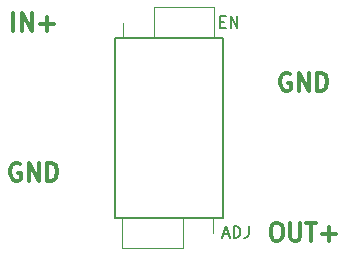
<source format=gto>
G04 #@! TF.FileFunction,Legend,Top*
%FSLAX46Y46*%
G04 Gerber Fmt 4.6, Leading zero omitted, Abs format (unit mm)*
G04 Created by KiCad (PCBNEW 4.0.7) date 04/16/19 16:10:46*
%MOMM*%
%LPD*%
G01*
G04 APERTURE LIST*
%ADD10C,0.100000*%
%ADD11C,0.200000*%
%ADD12C,0.300000*%
%ADD13C,0.120000*%
%ADD14C,0.150000*%
G04 APERTURE END LIST*
D10*
D11*
X-10644048Y-19216667D02*
X-10167857Y-19216667D01*
X-10739286Y-19502381D02*
X-10405953Y-18502381D01*
X-10072619Y-19502381D01*
X-9739286Y-19502381D02*
X-9739286Y-18502381D01*
X-9501191Y-18502381D01*
X-9358333Y-18550000D01*
X-9263095Y-18645238D01*
X-9215476Y-18740476D01*
X-9167857Y-18930952D01*
X-9167857Y-19073810D01*
X-9215476Y-19264286D01*
X-9263095Y-19359524D01*
X-9358333Y-19454762D01*
X-9501191Y-19502381D01*
X-9739286Y-19502381D01*
X-8453571Y-18502381D02*
X-8453571Y-19216667D01*
X-8501191Y-19359524D01*
X-8596429Y-19454762D01*
X-8739286Y-19502381D01*
X-8834524Y-19502381D01*
X-10898095Y-1198571D02*
X-10564761Y-1198571D01*
X-10421904Y-1722381D02*
X-10898095Y-1722381D01*
X-10898095Y-722381D01*
X-10421904Y-722381D01*
X-9993333Y-1722381D02*
X-9993333Y-722381D01*
X-9421904Y-1722381D01*
X-9421904Y-722381D01*
D12*
X-4952857Y-5600000D02*
X-5095714Y-5528571D01*
X-5310000Y-5528571D01*
X-5524285Y-5600000D01*
X-5667143Y-5742857D01*
X-5738571Y-5885714D01*
X-5810000Y-6171429D01*
X-5810000Y-6385714D01*
X-5738571Y-6671429D01*
X-5667143Y-6814286D01*
X-5524285Y-6957143D01*
X-5310000Y-7028571D01*
X-5167143Y-7028571D01*
X-4952857Y-6957143D01*
X-4881428Y-6885714D01*
X-4881428Y-6385714D01*
X-5167143Y-6385714D01*
X-4238571Y-7028571D02*
X-4238571Y-5528571D01*
X-3381428Y-7028571D01*
X-3381428Y-5528571D01*
X-2667142Y-7028571D02*
X-2667142Y-5528571D01*
X-2309999Y-5528571D01*
X-2095714Y-5600000D01*
X-1952856Y-5742857D01*
X-1881428Y-5885714D01*
X-1809999Y-6171429D01*
X-1809999Y-6385714D01*
X-1881428Y-6671429D01*
X-1952856Y-6814286D01*
X-2095714Y-6957143D01*
X-2309999Y-7028571D01*
X-2667142Y-7028571D01*
X-6238572Y-18228571D02*
X-5952858Y-18228571D01*
X-5810000Y-18300000D01*
X-5667143Y-18442857D01*
X-5595715Y-18728571D01*
X-5595715Y-19228571D01*
X-5667143Y-19514286D01*
X-5810000Y-19657143D01*
X-5952858Y-19728571D01*
X-6238572Y-19728571D01*
X-6381429Y-19657143D01*
X-6524286Y-19514286D01*
X-6595715Y-19228571D01*
X-6595715Y-18728571D01*
X-6524286Y-18442857D01*
X-6381429Y-18300000D01*
X-6238572Y-18228571D01*
X-4952857Y-18228571D02*
X-4952857Y-19442857D01*
X-4881429Y-19585714D01*
X-4810000Y-19657143D01*
X-4667143Y-19728571D01*
X-4381429Y-19728571D01*
X-4238571Y-19657143D01*
X-4167143Y-19585714D01*
X-4095714Y-19442857D01*
X-4095714Y-18228571D01*
X-3595714Y-18228571D02*
X-2738571Y-18228571D01*
X-3167142Y-19728571D02*
X-3167142Y-18228571D01*
X-2238571Y-19157143D02*
X-1095714Y-19157143D01*
X-1667143Y-19728571D02*
X-1667143Y-18585714D01*
X-27812857Y-13220000D02*
X-27955714Y-13148571D01*
X-28170000Y-13148571D01*
X-28384285Y-13220000D01*
X-28527143Y-13362857D01*
X-28598571Y-13505714D01*
X-28670000Y-13791429D01*
X-28670000Y-14005714D01*
X-28598571Y-14291429D01*
X-28527143Y-14434286D01*
X-28384285Y-14577143D01*
X-28170000Y-14648571D01*
X-28027143Y-14648571D01*
X-27812857Y-14577143D01*
X-27741428Y-14505714D01*
X-27741428Y-14005714D01*
X-28027143Y-14005714D01*
X-27098571Y-14648571D02*
X-27098571Y-13148571D01*
X-26241428Y-14648571D01*
X-26241428Y-13148571D01*
X-25527142Y-14648571D02*
X-25527142Y-13148571D01*
X-25169999Y-13148571D01*
X-24955714Y-13220000D01*
X-24812856Y-13362857D01*
X-24741428Y-13505714D01*
X-24669999Y-13791429D01*
X-24669999Y-14005714D01*
X-24741428Y-14291429D01*
X-24812856Y-14434286D01*
X-24955714Y-14577143D01*
X-25169999Y-14648571D01*
X-25527142Y-14648571D01*
X-28384286Y-1948571D02*
X-28384286Y-448571D01*
X-27670000Y-1948571D02*
X-27670000Y-448571D01*
X-26812857Y-1948571D01*
X-26812857Y-448571D01*
X-26098571Y-1377143D02*
X-24955714Y-1377143D01*
X-25527143Y-1948571D02*
X-25527143Y-805714D01*
D13*
X-11370000Y-2600000D02*
X-11370000Y60000D01*
X-16510000Y-2600000D02*
X-11370000Y-2600000D01*
X-16510000Y60000D02*
X-11370000Y60000D01*
X-16510000Y-2600000D02*
X-16510000Y60000D01*
X-17780000Y-2600000D02*
X-19110000Y-2600000D01*
X-19110000Y-2600000D02*
X-19110000Y-1270000D01*
X-19198900Y-17720000D02*
X-19198900Y-20380000D01*
X-14058900Y-17720000D02*
X-19198900Y-17720000D01*
X-14058900Y-20380000D02*
X-19198900Y-20380000D01*
X-14058900Y-17720000D02*
X-14058900Y-20380000D01*
X-12788900Y-17720000D02*
X-11458900Y-17720000D01*
X-11458900Y-17720000D02*
X-11458900Y-19050000D01*
D14*
X-10668000Y-2540000D02*
X-19812000Y-2540000D01*
X-10668000Y-17780000D02*
X-10668000Y-2540000D01*
X-19812000Y-17780000D02*
X-10668000Y-17780000D01*
X-19812000Y-2540000D02*
X-19812000Y-17780000D01*
M02*

</source>
